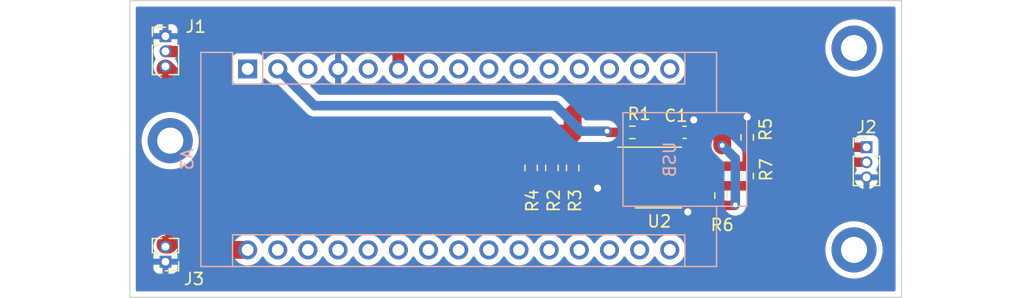
<source format=kicad_pcb>
(kicad_pcb (version 20221018) (generator pcbnew)
  (layers (0 "F.Cu" signal) (31 "B.Cu" signal) (34 "B.Paste" user) (35 "F.Paste" user) (36 "B.SilkS" user "B.Silkscreen") (37 "F.SilkS" user "F.Silkscreen") (38 "B.Mask" user) (39 "F.Mask" user) (44 "Edge.Cuts" user))
  (net 0 "")
  (net 2 "Net-(A3-Pad2)")
  (net 4 "Earth")
  (net 6 "Net-(A3-Pad6)")
  (net 30 "VCC")
  (net 31 "Net-(J2-Pad1)")
  (net 32 "Net-(J2-Pad2)")
  (footprint "Connector_PinHeader_1.27mm:PinHeader_1x03_P1.27mm_Vertical" (layer "F.Cu") (at 112.05 62.35)
    (fp_text reference "J2" (at 0 -1.695) (layer "F.SilkS"))
    (fp_text value "Conn_01x03_Female")
    (fp_line (start -1.11 -0.76) (end 0 -0.76) (stroke (width 0.12)) (layer "F.SilkS"))
    (fp_line (start -1.11 0) (end -1.11 -0.76) (stroke (width 0.12)) (layer "F.SilkS"))
    (fp_line (start -1.11 0.76) (end -1.11 3.235) (stroke (width 0.12)) (layer "F.SilkS"))
    (fp_line (start -1.11 0.76) (end -0.563471 0.76) (stroke (width 0.12)) (layer "F.SilkS"))
    (fp_line (start -1.11 3.235) (end -0.30753 3.235) (stroke (width 0.12)) (layer "F.SilkS"))
    (fp_line (start 0.30753 3.235) (end 1.11 3.235) (stroke (width 0.12)) (layer "F.SilkS"))
    (fp_line (start 0.563471 0.76) (end 1.11 0.76) (stroke (width 0.12)) (layer "F.SilkS"))
    (fp_line (start 1.11 0.76) (end 1.11 3.235) (stroke (width 0.12)) (layer "F.SilkS"))
    (pad "1" thru_hole rect (at 0 0) (size 1 1) (drill 0.65) (layers "*.Cu" "*.Mask") (net 31 "Net-(J2-Pad1)"))
    (pad "2" thru_hole oval (at 0 1.27) (size 1 1) (drill 0.65) (layers "*.Cu" "*.Mask") (net 32 "Net-(J2-Pad2)"))
    (pad "3" thru_hole oval (at 0 2.54) (size 1 1) (drill 0.65) (layers "*.Cu" "*.Mask") (net 4 "Earth"))
  )
  (footprint "Resistor_SMD:R_0603_1608Metric" (layer "F.Cu") (at 99.8 66.425 -90)
    (fp_text reference "R6" (at 2.475 -0.1 -180) (layer "F.SilkS"))
    (fp_text value "20K")
    (fp_line (start -0.237258 -0.5225) (end 0.237258 -0.5225) (stroke (width 0.12)) (layer "F.SilkS"))
    (fp_line (start -0.237258 0.5225) (end 0.237258 0.5225) (stroke (width 0.12)) (layer "F.SilkS"))
    (pad "1" smd roundrect (at -0.825 0 270) (size 0.8 0.95) (layers "F.Cu" "F.Paste" "F.Mask") (net 32 "Net-(J2-Pad2)"))
    (pad "2" smd roundrect (at 0.825 0 270) (size 0.8 0.95) (layers "F.Cu" "F.Paste" "F.Mask") (net 30 "VCC"))
  )
  (footprint "MountingHole:MountingHole_2.2mm_M2_DIN965_Pad" (layer "F.Cu") (at 111 54)
    (fp_text reference "REF**" hide)
    (fp_text value "MountingHole_2.2mm_M2_DIN965_Pad")
    (pad "1" thru_hole circle (at 0 0) (size 3.8 3.8) (drill 2.2) (layers "*.Cu" "*.Mask"))
  )
  (footprint "MountingHole:MountingHole_2.2mm_M2_DIN965_Pad" (layer "F.Cu") (at 53.4 61.8)
    (fp_text reference "REF**" hide)
    (fp_text value "MountingHole_2.2mm_M2_DIN965_Pad")
    (pad "1" thru_hole circle (at 0 0) (size 3.8 3.8) (drill 2.2) (layers "*.Cu" "*.Mask"))
  )
  (footprint "Capacitor_SMD:C_0603_1608Metric" (layer "F.Cu") (at 96.725 61.1 180)
    (fp_text reference "C1" (at 0.725 1.4) (layer "F.SilkS"))
    (fp_text value "10uF")
    (fp_line (start -0.14058 -0.51) (end 0.14058 -0.51) (stroke (width 0.12)) (layer "F.SilkS"))
    (fp_line (start -0.14058 0.51) (end 0.14058 0.51) (stroke (width 0.12)) (layer "F.SilkS"))
    (pad "1" smd roundrect (at -0.775 0 180) (size 0.9 0.95) (layers "F.Cu" "F.Paste" "F.Mask") (net 4 "Earth"))
    (pad "2" smd roundrect (at 0.775 0 180) (size 0.9 0.95) (layers "F.Cu" "F.Paste" "F.Mask") (net 30 "VCC"))
  )
  (footprint "Resistor_SMD:R_0603_1608Metric" (layer "F.Cu") (at 102 61.525 -90)
    (fp_text reference "R5" (at -0.675 -1.55 -90) (layer "F.SilkS"))
    (fp_text value "20K")
    (fp_line (start -0.237258 -0.5225) (end 0.237258 -0.5225) (stroke (width 0.12)) (layer "F.SilkS"))
    (fp_line (start -0.237258 0.5225) (end 0.237258 0.5225) (stroke (width 0.12)) (layer "F.SilkS"))
    (pad "1" smd roundrect (at -0.825 0 270) (size 0.8 0.95) (layers "F.Cu" "F.Paste" "F.Mask") (net 4 "Earth"))
    (pad "2" smd roundrect (at 0.825 0 270) (size 0.8 0.95) (layers "F.Cu" "F.Paste" "F.Mask") (net 31 "Net-(J2-Pad1)"))
  )
  (footprint "Resistor_SMD:R_0603_1608Metric" (layer "F.Cu") (at 102 64.775 90)
    (fp_text reference "R7" (at 0.525 1.6 90) (layer "F.SilkS"))
    (fp_text value "120")
    (fp_line (start -0.237258 -0.5225) (end 0.237258 -0.5225) (stroke (width 0.12)) (layer "F.SilkS"))
    (fp_line (start -0.237258 0.5225) (end 0.237258 0.5225) (stroke (width 0.12)) (layer "F.SilkS"))
    (pad "1" smd roundrect (at -0.825 0 90) (size 0.8 0.95) (layers "F.Cu" "F.Paste" "F.Mask") (net 32 "Net-(J2-Pad2)"))
    (pad "2" smd roundrect (at 0.825 0 90) (size 0.8 0.95) (layers "F.Cu" "F.Paste" "F.Mask") (net 31 "Net-(J2-Pad1)"))
  )
  (footprint "Resistor_SMD:R_0603_1608Metric" (layer "F.Cu") (at 92.325 61.1 180)
    (fp_text reference "R1" (at -0.575 1.55) (layer "F.SilkS"))
    (fp_text value "10K")
    (fp_line (start -0.237258 -0.5225) (end 0.237258 -0.5225) (stroke (width 0.12)) (layer "F.SilkS"))
    (fp_line (start -0.237258 0.5225) (end 0.237258 0.5225) (stroke (width 0.12)) (layer "F.SilkS"))
    (pad "1" smd roundrect (at -0.825 0 180) (size 0.8 0.95) (layers "F.Cu" "F.Paste" "F.Mask") (net 30 "VCC"))
    (pad "2" smd roundrect (at 0.825 0 180) (size 0.8 0.95) (layers "F.Cu" "F.Paste" "F.Mask") (net 2 "Net-(A3-Pad2)"))
  )
  (footprint "Connector_PinHeader_1.27mm:PinHeader_1x02_P1.27mm_Vertical" (layer "F.Cu") (at 53 72 180)
    (fp_text reference "J3" (at -2.4 -1.45) (layer "F.SilkS"))
    (fp_text value "Conn_01x02_Female")
    (fp_line (start -1.11 -0.76) (end 0 -0.76) (stroke (width 0.12)) (layer "F.SilkS"))
    (fp_line (start -1.11 0) (end -1.11 -0.76) (stroke (width 0.12)) (layer "F.SilkS"))
    (fp_line (start -1.11 0.76) (end -1.11 1.965) (stroke (width 0.12)) (layer "F.SilkS"))
    (fp_line (start -1.11 0.76) (end -0.563471 0.76) (stroke (width 0.12)) (layer "F.SilkS"))
    (fp_line (start -1.11 1.965) (end -0.30753 1.965) (stroke (width 0.12)) (layer "F.SilkS"))
    (fp_line (start 0.30753 1.965) (end 1.11 1.965) (stroke (width 0.12)) (layer "F.SilkS"))
    (fp_line (start 0.563471 0.76) (end 1.11 0.76) (stroke (width 0.12)) (layer "F.SilkS"))
    (fp_line (start 1.11 0.76) (end 1.11 1.965) (stroke (width 0.12)) (layer "F.SilkS"))
    (pad "1" thru_hole rect (at 0 0 180) (size 1 1) (drill 0.65) (layers "*.Cu" "*.Mask") (net 4 "Earth"))
    (pad "2" thru_hole oval (at 0 1.27 180) (size 1 1) (drill 0.65) (layers "*.Cu" "*.Mask") (net 30 "VCC"))
  )
  (footprint "Package_SO:SOIC-8-1EP_3.9x4.9mm_P1.27mm_EP2.29x3mm" (layer "F.Cu") (at 94.525 64.905)
    (fp_text reference "U2" (at 0.075 3.695 180) (layer "F.SilkS"))
    (fp_text value "MAX485E")
    (fp_line (start 0 -2.56) (end -3.45 -2.56) (stroke (width 0.12)) (layer "F.SilkS"))
    (fp_line (start 0 -2.56) (end 1.95 -2.56) (stroke (width 0.12)) (layer "F.SilkS"))
    (fp_line (start 0 2.56) (end -1.95 2.56) (stroke (width 0.12)) (layer "F.SilkS"))
    (fp_line (start 0 2.56) (end 1.95 2.56) (stroke (width 0.12)) (layer "F.SilkS"))
    (pad "1" smd roundrect (at -2.475 -1.905) (size 1.95 0.6) (layers "F.Cu" "F.Paste" "F.Mask") (net 2 "Net-(A3-Pad2)"))
    (pad "2" smd roundrect (at -2.475 -0.635) (size 1.95 0.6) (layers "F.Cu" "F.Paste" "F.Mask") (net 4 "Earth"))
    (pad "3" smd roundrect (at -2.475 0.635) (size 1.95 0.6) (layers "F.Cu" "F.Paste" "F.Mask") (net 4 "Earth"))
    (pad "4" smd roundrect (at -2.475 1.905) (size 1.95 0.6) (layers "F.Cu" "F.Paste" "F.Mask") (net 4 "Earth"))
    (pad "5" smd roundrect (at 2.475 1.905) (size 1.95 0.6) (layers "F.Cu" "F.Paste" "F.Mask") (net 4 "Earth"))
    (pad "6" smd roundrect (at 2.475 0.635) (size 1.95 0.6) (layers "F.Cu" "F.Paste" "F.Mask") (net 32 "Net-(J2-Pad2)"))
    (pad "7" smd roundrect (at 2.475 -0.635) (size 1.95 0.6) (layers "F.Cu" "F.Paste" "F.Mask") (net 31 "Net-(J2-Pad1)"))
    (pad "8" smd roundrect (at 2.475 -1.905) (size 1.95 0.6) (layers "F.Cu" "F.Paste" "F.Mask") (net 30 "VCC"))
    (pad "9" smd rect (at 0 0) (size 2.29 3) (layers "F.Cu" "F.Mask"))
  )
  (footprint "Connector_PinHeader_1.27mm:PinHeader_1x03_P1.27mm_Vertical" (layer "F.Cu") (at 53 53)
    (fp_text reference "J1" (at 2.55 -0.8) (layer "F.SilkS"))
    (fp_text value "Conn_01x03_Female")
    (fp_line (start -1.11 -0.76) (end 0 -0.76) (stroke (width 0.12)) (layer "F.SilkS"))
    (fp_line (start -1.11 0) (end -1.11 -0.76) (stroke (width 0.12)) (layer "F.SilkS"))
    (fp_line (start -1.11 0.76) (end -1.11 3.235) (stroke (width 0.12)) (layer "F.SilkS"))
    (fp_line (start -1.11 0.76) (end -0.563471 0.76) (stroke (width 0.12)) (layer "F.SilkS"))
    (fp_line (start -1.11 3.235) (end -0.30753 3.235) (stroke (width 0.12)) (layer "F.SilkS"))
    (fp_line (start 0.30753 3.235) (end 1.11 3.235) (stroke (width 0.12)) (layer "F.SilkS"))
    (fp_line (start 0.563471 0.76) (end 1.11 0.76) (stroke (width 0.12)) (layer "F.SilkS"))
    (fp_line (start 1.11 0.76) (end 1.11 3.235) (stroke (width 0.12)) (layer "F.SilkS"))
    (pad "1" thru_hole rect (at 0 0) (size 1 1) (drill 0.65) (layers "*.Cu" "*.Mask") (net 4 "Earth"))
    (pad "2" thru_hole oval (at 0 1.27) (size 1 1) (drill 0.65) (layers "*.Cu" "*.Mask") (net 6 "Net-(A3-Pad6)"))
    (pad "3" thru_hole oval (at 0 2.54) (size 1 1) (drill 0.65) (layers "*.Cu" "*.Mask") (net 30 "VCC"))
  )
  (footprint "Resistor_SMD:R_0603_1608Metric" (layer "F.Cu") (at 83.8 64.085 -90)
    (fp_text reference "R4" (at 2.765 -0.1 90) (layer "F.SilkS"))
    (fp_text value "10K")
    (fp_line (start -0.237258 -0.5225) (end 0.237258 -0.5225) (stroke (width 0.12)) (layer "F.SilkS"))
    (fp_line (start -0.237258 0.5225) (end 0.237258 0.5225) (stroke (width 0.12)) (layer "F.SilkS"))
    (pad "1" smd roundrect (at -0.825 0 270) (size 0.8 0.95) (layers "F.Cu" "F.Paste" "F.Mask") (net 30 "VCC"))
    (pad "2" smd roundrect (at 0.825 0 270) (size 0.8 0.95) (layers "F.Cu" "F.Paste" "F.Mask") (net 4 "Earth"))
  )
  (footprint "Resistor_SMD:R_0603_1608Metric" (layer "F.Cu") (at 87.3 64.085 -90)
    (fp_text reference "R3" (at 2.765 -0.2 90) (layer "F.SilkS"))
    (fp_text value "10K")
    (fp_line (start -0.237258 -0.5225) (end 0.237258 -0.5225) (stroke (width 0.12)) (layer "F.SilkS"))
    (fp_line (start -0.237258 0.5225) (end 0.237258 0.5225) (stroke (width 0.12)) (layer "F.SilkS"))
    (pad "1" smd roundrect (at -0.825 0 270) (size 0.8 0.95) (layers "F.Cu" "F.Paste" "F.Mask") (net 30 "VCC"))
    (pad "2" smd roundrect (at 0.825 0 270) (size 0.8 0.95) (layers "F.Cu" "F.Paste" "F.Mask") (net 4 "Earth"))
  )
  (footprint "MountingHole:MountingHole_2.2mm_M2_DIN965_Pad" (layer "F.Cu") (at 111 71)
    (fp_text reference "REF**" hide)
    (fp_text value "MountingHole_2.2mm_M2_DIN965_Pad")
    (pad "1" thru_hole circle (at 0 0) (size 3.8 3.8) (drill 2.2) (layers "*.Cu" "*.Mask"))
  )
  (footprint "Resistor_SMD:R_0603_1608Metric" (layer "F.Cu") (at 85.55 64.085 -90)
    (fp_text reference "R2" (at 2.765 -0.15 90) (layer "F.SilkS"))
    (fp_text value "10K")
    (fp_line (start -0.237258 -0.5225) (end 0.237258 -0.5225) (stroke (width 0.12)) (layer "F.SilkS"))
    (fp_line (start -0.237258 0.5225) (end 0.237258 0.5225) (stroke (width 0.12)) (layer "F.SilkS"))
    (pad "1" smd roundrect (at -0.825 0 270) (size 0.8 0.95) (layers "F.Cu" "F.Paste" "F.Mask") (net 30 "VCC"))
    (pad "2" smd roundrect (at 0.825 0 270) (size 0.8 0.95) (layers "F.Cu" "F.Paste" "F.Mask") (net 4 "Earth"))
  )
  (footprint "Module:Arduino_Nano" (layer "B.Cu") (at 59.92 55.76 -90)
    (fp_text reference "A3" (at 7.62 5.08 90) (layer "B.SilkS") (effects (justify mirror)))
    (fp_text value "Arduino_Nano_v3.x")
    (fp_text user "USB" (at 7.62 -35.56 90 unlocked) (layer "B.SilkS") (effects (justify mirror)))
    (fp_line (start -1.4 -39.5) (end 3.68 -39.5) (stroke (width 0.12)) (layer "B.SilkS"))
    (fp_line (start -1.4 -1.27) (end -1.4 -39.5) (stroke (width 0.12)) (layer "B.SilkS"))
    (fp_line (start -1.4 3.94) (end -1.4 1.27) (stroke (width 0.12)) (layer "B.SilkS"))
    (fp_line (start 1.27 -36.83) (end -1.4 -36.83) (stroke (width 0.12)) (layer "B.SilkS"))
    (fp_line (start 1.27 -1.27) (end -1.4 -1.27) (stroke (width 0.12)) (layer "B.SilkS"))
    (fp_line (start 1.27 -1.27) (end 1.27 -36.83) (stroke (width 0.12)) (layer "B.SilkS"))
    (fp_line (start 1.27 -1.27) (end 1.27 1.27) (stroke (width 0.12)) (layer "B.SilkS"))
    (fp_line (start 1.27 1.27) (end -1.4 1.27) (stroke (width 0.12)) (layer "B.SilkS"))
    (fp_line (start 3.68 -42.04) (end 3.68 -31.62) (stroke (width 0.12)) (layer "B.SilkS"))
    (fp_line (start 3.68 -31.62) (end 11.56 -31.62) (stroke (width 0.12)) (layer "B.SilkS"))
    (fp_line (start 11.56 -42.04) (end 3.68 -42.04) (stroke (width 0.12)) (layer "B.SilkS"))
    (fp_line (start 11.56 -31.62) (end 11.56 -42.04) (stroke (width 0.12)) (layer "B.SilkS"))
    (fp_line (start 13.97 -36.83) (end 16.64 -36.83) (stroke (width 0.12)) (layer "B.SilkS"))
    (fp_line (start 13.97 1.27) (end 13.97 -36.83) (stroke (width 0.12)) (layer "B.SilkS"))
    (fp_line (start 13.97 1.27) (end 16.64 1.27) (stroke (width 0.12)) (layer "B.SilkS"))
    (fp_line (start 16.64 -39.5) (end 11.56 -39.5) (stroke (width 0.12)) (layer "B.SilkS"))
    (fp_line (start 16.64 -39.5) (end 16.64 3.94) (stroke (width 0.12)) (layer "B.SilkS"))
    (fp_line (start 16.64 3.94) (end -1.4 3.94) (stroke (width 0.12)) (layer "B.SilkS"))
    (pad "1" thru_hole rect (at 0 0 270) (size 1.6 1.6) (drill 1) (layers "*.Cu" "*.Mask"))
    (pad "2" thru_hole oval (at 0 -2.54 270) (size 1.6 1.6) (drill 1) (layers "*.Cu" "*.Mask") (net 2 "Net-(A3-Pad2)"))
    (pad "3" thru_hole oval (at 0 -5.08 270) (size 1.6 1.6) (drill 1) (layers "*.Cu" "*.Mask"))
    (pad "4" thru_hole oval (at 0 -7.62 270) (size 1.6 1.6) (drill 1) (layers "*.Cu" "*.Mask") (net 4 "Earth"))
    (pad "5" thru_hole oval (at 0 -10.16 270) (size 1.6 1.6) (drill 1) (layers "*.Cu" "*.Mask"))
    (pad "6" thru_hole oval (at 0 -12.7 270) (size 1.6 1.6) (drill 1) (layers "*.Cu" "*.Mask") (net 6 "Net-(A3-Pad6)"))
    (pad "7" thru_hole oval (at 0 -15.24 270) (size 1.6 1.6) (drill 1) (layers "*.Cu" "*.Mask"))
    (pad "8" thru_hole oval (at 0 -17.78 270) (size 1.6 1.6) (drill 1) (layers "*.Cu" "*.Mask"))
    (pad "9" thru_hole oval (at 0 -20.32 270) (size 1.6 1.6) (drill 1) (layers "*.Cu" "*.Mask"))
    (pad "10" thru_hole oval (at 0 -22.86 270) (size 1.6 1.6) (drill 1) (layers "*.Cu" "*.Mask"))
    (pad "11" thru_hole oval (at 0 -25.4 270) (size 1.6 1.6) (drill 1) (layers "*.Cu" "*.Mask"))
    (pad "12" thru_hole oval (at 0 -27.94 270) (size 1.6 1.6) (drill 1) (layers "*.Cu" "*.Mask"))
    (pad "13" thru_hole oval (at 0 -30.48 270) (size 1.6 1.6) (drill 1) (layers "*.Cu" "*.Mask"))
    (pad "14" thru_hole oval (at 0 -33.02 270) (size 1.6 1.6) (drill 1) (layers "*.Cu" "*.Mask"))
    (pad "15" thru_hole oval (at 0 -35.56 270) (size 1.6 1.6) (drill 1) (layers "*.Cu" "*.Mask"))
    (pad "16" thru_hole oval (at 15.24 -35.56 270) (size 1.6 1.6) (drill 1) (layers "*.Cu" "*.Mask"))
    (pad "17" thru_hole oval (at 15.24 -33.02 270) (size 1.6 1.6) (drill 1) (layers "*.Cu" "*.Mask"))
    (pad "18" thru_hole oval (at 15.24 -30.48 270) (size 1.6 1.6) (drill 1) (layers "*.Cu" "*.Mask"))
    (pad "19" thru_hole oval (at 15.24 -27.94 270) (size 1.6 1.6) (drill 1) (layers "*.Cu" "*.Mask"))
    (pad "20" thru_hole oval (at 15.24 -25.4 270) (size 1.6 1.6) (drill 1) (layers "*.Cu" "*.Mask"))
    (pad "21" thru_hole oval (at 15.24 -22.86 270) (size 1.6 1.6) (drill 1) (layers "*.Cu" "*.Mask"))
    (pad "22" thru_hole oval (at 15.24 -20.32 270) (size 1.6 1.6) (drill 1) (layers "*.Cu" "*.Mask"))
    (pad "23" thru_hole oval (at 15.24 -17.78 270) (size 1.6 1.6) (drill 1) (layers "*.Cu" "*.Mask"))
    (pad "24" thru_hole oval (at 15.24 -15.24 270) (size 1.6 1.6) (drill 1) (layers "*.Cu" "*.Mask"))
    (pad "25" thru_hole oval (at 15.24 -12.7 270) (size 1.6 1.6) (drill 1) (layers "*.Cu" "*.Mask"))
    (pad "26" thru_hole oval (at 15.24 -10.16 270) (size 1.6 1.6) (drill 1) (layers "*.Cu" "*.Mask"))
    (pad "27" thru_hole oval (at 15.24 -7.62 270) (size 1.6 1.6) (drill 1) (layers "*.Cu" "*.Mask"))
    (pad "28" thru_hole oval (at 15.24 -5.08 270) (size 1.6 1.6) (drill 1) (layers "*.Cu" "*.Mask"))
    (pad "29" thru_hole oval (at 15.24 -2.54 270) (size 1.6 1.6) (drill 1) (layers "*.Cu" "*.Mask"))
    (pad "30" thru_hole oval (at 15.24 0 270) (size 1.6 1.6) (drill 1) (layers "*.Cu" "*.Mask") (net 30 "VCC"))
  )
  (gr_rect (start 50 50) (end 115 75) (stroke (width 0.1)) (fill none) (layer "Edge.Cuts"))
  (segment (start 92.05 62.65) (end 91.5 62.1) (width 0.8) (layer "F.Cu") (net 2))
  (segment (start 91.5 62.1) (end 91.5 61.1) (width 0.8) (layer "F.Cu") (net 2))
  (segment (start 91.5 61.1) (end 90.3 61.1) (width 0.8) (layer "F.Cu") (net 2))
  (segment (start 90.3 61.1) (end 90.2 61) (width 0.8) (layer "F.Cu") (net 2))
  (segment (start 92.05 63) (end 92.05 62.65) (width 0.8) (layer "F.Cu") (net 2))
  (via (at 90.2 61) (size 0.8) (drill 0.4) (layers "F.Cu" "B.Cu") (net 2))
  (segment (start 65.55 58.85) (end 62.46 55.76) (width 0.8) (layer "B.Cu") (net 2))
  (segment (start 88 61) (end 85.85 58.85) (width 0.8) (layer "B.Cu") (net 2))
  (segment (start 90.2 61) (end 88 61) (width 0.8) (layer "B.Cu") (net 2))
  (segment (start 85.85 58.85) (end 65.55 58.85) (width 0.8) (layer "B.Cu") (net 2))
  (segment (start 88.51 64.91) (end 89.4 65.8) (width 0.8) (layer "F.Cu") (net 4))
  (segment (start 90.41 66.81) (end 89.4 65.8) (width 0.8) (layer "F.Cu") (net 4))
  (segment (start 90.93 64.27) (end 89.4 65.8) (width 0.8) (layer "F.Cu") (net 4))
  (segment (start 89.66 65.54) (end 89.4 65.8) (width 0.8) (layer "F.Cu") (net 4))
  (segment (start 97.5 61.1) (end 97.5 60.0495) (width 0.8) (layer "F.Cu") (net 4))
  (segment (start 97 66.81) (end 97 67.8) (width 0.8) (layer "F.Cu") (net 4))
  (segment (start 92.05 66.81) (end 90.41 66.81) (width 0.8) (layer "F.Cu") (net 4))
  (segment (start 83.8 64.91) (end 88.51 64.91) (width 0.8) (layer "F.Cu") (net 4))
  (segment (start 92.05 64.27) (end 90.93 64.27) (width 0.8) (layer "F.Cu") (net 4))
  (segment (start 102 60.7) (end 102 59.8) (width 0.8) (layer "F.Cu") (net 4))
  (segment (start 92.05 65.54) (end 89.66 65.54) (width 0.8) (layer "F.Cu") (net 4))
  (via (at 89.4 65.8) (size 1) (drill 0.6) (layers "F.Cu" "B.Cu") (net 4))
  (via (at 97 67.8) (size 1) (drill 0.6) (layers "F.Cu" "B.Cu") (net 4))
  (via (at 97.5 60.0495) (size 1) (drill 0.6) (layers "F.Cu" "B.Cu") (net 4))
  (via (at 102 59.8) (size 1) (drill 0.6) (layers "F.Cu" "B.Cu") (net 4))
  (segment (start 72.62 54.42) (end 71.6 53.4) (width 1) (layer "F.Cu") (net 6))
  (segment (start 56.6 53.4) (end 55.73 54.27) (width 1) (layer "F.Cu") (net 6))
  (segment (start 55.73 54.27) (end 53 54.27) (width 1) (layer "F.Cu") (net 6))
  (segment (start 72.62 55.76) (end 72.62 54.42) (width 1) (layer "F.Cu") (net 6))
  (segment (start 71.6 53.4) (end 56.6 53.4) (width 1) (layer "F.Cu") (net 6))
  (segment (start 57.3 66.5) (end 54.7 69.1) (width 1.5) (layer "F.Cu") (net 30))
  (segment (start 55.2 68.6) (end 54.7 69.1) (width 1.5) (layer "F.Cu") (net 30))
  (segment (start 54.7 69.1) (end 53.25 70.55) (width 1.5) (layer "F.Cu") (net 30))
  (segment (start 85.55 63.26) (end 85.55 61.25) (width 0.8) (layer "F.Cu") (net 30))
  (segment (start 93.2 58.6) (end 96 58.6) (width 1.5) (layer "F.Cu") (net 30))
  (segment (start 62.6 61.2) (end 55.2 68.6) (width 1.5) (layer "F.Cu") (net 30))
  (segment (start 97 63) (end 96 62) (width 0.8) (layer "F.Cu") (net 30))
  (segment (start 53 55.72) (end 56.8 59.52) (width 1.5) (layer "F.Cu") (net 30))
  (segment (start 87.3 61.2) (end 87.3 59.6) (width 1.5) (layer "F.Cu") (net 30))
  (segment (start 83.5 61.2) (end 85.5 61.2) (width 1.5) (layer "F.Cu") (net 30))
  (segment (start 85.55 61.25) (end 85.5 61.2) (width 0.8) (layer "F.Cu") (net 30))
  (segment (start 93.15 61.1) (end 93.15 58.65) (width 0.8) (layer "F.Cu") (net 30))
  (segment (start 99.8 67.25) (end 100.95 67.25) (width 0.8) (layer "F.Cu") (net 30))
  (segment (start 87.3 63.26) (end 87.3 61.2) (width 0.8) (layer "F.Cu") (net 30))
  (segment (start 87.3 59.6) (end 88.3 58.6) (width 1.5) (layer "F.Cu") (net 30))
  (segment (start 57.6 71) (end 59.92 71) (width 1.5) (layer "F.Cu") (net 30))
  (segment (start 53.25 70.55) (end 53 70.55) (width 1.5) (layer "F.Cu") (net 30))
  (segment (start 56.8 66) (end 57.3 66.5) (width 1.5) (layer "F.Cu") (net 30))
  (segment (start 83.5 61.2) (end 62.6 61.2) (width 1.5) (layer "F.Cu") (net 30))
  (segment (start 56.8 59.52) (end 56.8 66) (width 1.5) (layer "F.Cu") (net 30))
  (segment (start 85.5 61.2) (end 87.3 61.2) (width 1.5) (layer "F.Cu") (net 30))
  (segment (start 88.3 58.6) (end 93.2 58.6) (width 1.5) (layer "F.Cu") (net 30))
  (segment (start 83.8 61.5) (end 83.5 61.2) (width 0.8) (layer "F.Cu") (net 30))
  (segment (start 98.7 58.6) (end 99.9 59.8) (width 1.5) (layer "F.Cu") (net 30))
  (segment (start 83.8 63.26) (end 83.8 61.5) (width 0.8) (layer "F.Cu") (net 30))
  (segment (start 100.95 67.25) (end 101 67.2) (width 0.8) (layer "F.Cu") (net 30))
  (segment (start 55.2 68.6) (end 57.6 71) (width 1.5) (layer "F.Cu") (net 30))
  (segment (start 96 58.6) (end 98.7 58.6) (width 1.5) (layer "F.Cu") (net 30))
  (segment (start 99.9 59.8) (end 99.9 62.2) (width 1.5) (layer "F.Cu") (net 30))
  (segment (start 93.15 58.65) (end 93.2 58.6) (width 0.8) (layer "F.Cu") (net 30))
  (segment (start 96 62) (end 96 58.6) (width 0.8) (layer "F.Cu") (net 30))
  (via (at 99.9 62.2) (size 0.8) (drill 0.4) (layers "F.Cu" "B.Cu") (net 30))
  (via (at 101 67.2) (size 0.8) (drill 0.4) (layers "F.Cu" "B.Cu") (net 30))
  (segment (start 101 67.2) (end 101 63.3) (width 0.8) (layer "B.Cu") (net 30))
  (segment (start 101 63.3) (end 99.9 62.2) (width 0.8) (layer "B.Cu") (net 30))
  (segment (start 98.8 64.2) (end 97.07 64.2) (width 0.8) (layer "F.Cu") (net 31))
  (segment (start 102 62.35) (end 102 63.95) (width 0.8) (layer "F.Cu") (net 31))
  (segment (start 97.07 64.2) (end 97 64.27) (width 0.8) (layer "F.Cu") (net 31))
  (segment (start 99.05 63.95) (end 98.8 64.2) (width 0.8) (layer "F.Cu") (net 31))
  (segment (start 102 63.95) (end 99.05 63.95) (width 0.8) (layer "F.Cu") (net 31))
  (segment (start 102 62.35) (end 112.05 62.35) (width 0.8) (layer "F.Cu") (net 31))
  (segment (start 99.8 65.6) (end 97.06 65.6) (width 0.8) (layer "F.Cu") (net 32))
  (segment (start 103.6 65.6) (end 102 65.6) (width 0.8) (layer "F.Cu") (net 32))
  (segment (start 97.06 65.6) (end 97 65.54) (width 0.8) (layer "F.Cu") (net 32))
  (segment (start 102 65.6) (end 99.8 65.6) (width 0.8) (layer "F.Cu") (net 32))
  (segment (start 105.58 63.62) (end 112.05 63.62) (width 0.8) (layer "F.Cu") (net 32))
  (segment (start 103.6 65.6) (end 105.58 63.62) (width 0.8) (layer "F.Cu") (net 32))
  (zone (net 4) (net_name "Earth") (layer "B.Cu") (connect_pads (clearance 0.508)) (min_thickness 0.254) (fill yes (thermal_gap 0.508) (thermal_bridge_width 0.508))
    (polygon (pts (xy 114.5 74.5) (xy 50.5 74.5) (xy 50.5 50.5) (xy 114.5 50.5)))
  )
)
</source>
